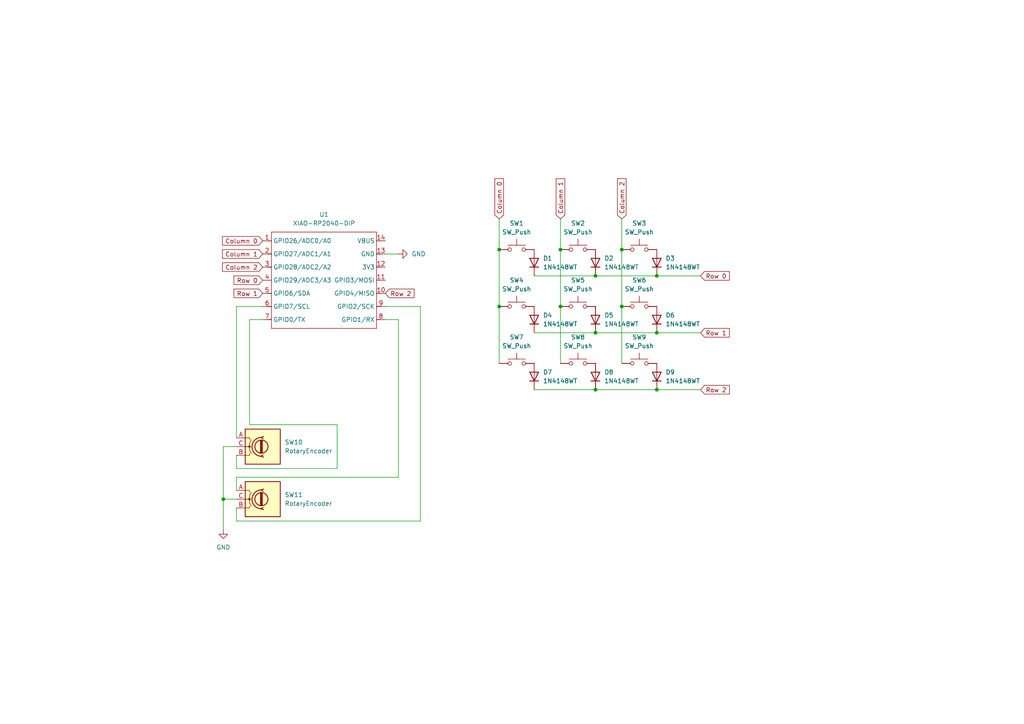
<source format=kicad_sch>
(kicad_sch (version 20250114) (generator "eeschema") (generator_version "9.0")
  (paper "A4")
  (lib_symbols
    (symbol "Device:RotaryEncoder" (pin_names (offset 0.254) (hide yes))
      (property "Reference" "SW" (at 0 6.604 0))
      (property "Value" "RotaryEncoder" (at 0 -6.604 0))
      (symbol "RotaryEncoder_0_1"
        (rectangle (start -5.08 5.08) (end 5.08 -5.08) (stroke (width 0.254)) (fill (type background)))
        (polyline (pts (xy -5.08 2.54) (xy -3.81 2.54) (xy -3.81 2.032)))
        (polyline (pts (xy -5.08 0) (xy -3.81 0) (xy -3.81 -1.016) (xy -3.302 -2.032)))
        (polyline (pts (xy -5.08 -2.54) (xy -3.81 -2.54) (xy -3.81 -2.032)))
        (polyline (pts (xy -4.318 0) (xy -3.81 0) (xy -3.81 1.016) (xy -3.302 2.032)))
        (circle (center -3.81 0) (radius 0.254) (fill (type outline)))
        (polyline (pts (xy -0.635 -1.778) (xy -0.635 1.778)) (stroke (width 0.254)))
        (circle (center -0.381 0) (radius 1.905) (stroke (width 0.254)))
        (polyline (pts (xy -0.381 -1.778) (xy -0.381 1.778)) (stroke (width 0.254)))
        (arc (start -0.381 -2.794) (mid -3.0988 -0.0635) (end -0.381 2.667) (stroke (width 0.254)))
        (polyline (pts (xy -0.127 1.778) (xy -0.127 -1.778)) (stroke (width 0.254)))
        (polyline (pts (xy 0.254 2.921) (xy -0.508 2.667) (xy 0.127 2.286)) (stroke (width 0.254)))
        (polyline (pts (xy 0.254 -3.048) (xy -0.508 -2.794) (xy 0.127 -2.413)) (stroke (width 0.254)))
      )
      (symbol "RotaryEncoder_1_1"
        (pin passive line (at -7.62 2.54 0) (length 2.54) (name "A") (number "A"))
        (pin passive line (at -7.62 0 0) (length 2.54) (name "C") (number "C"))
        (pin passive line (at -7.62 -2.54 0) (length 2.54) (name "B") (number "B"))
      )
    )
    (symbol "Diode:1N4148WT" (pin_numbers (hide yes)) (pin_names (hide yes))
      (property "Reference" "D" (at 0 2.54 0))
      (property "Value" "1N4148WT" (at 0 -2.54 0))
      (symbol "1N4148WT_0_1"
        (polyline (pts (xy -1.27 1.27) (xy -1.27 -1.27)) (stroke (width 0.254)))
        (polyline (pts (xy 1.27 1.27) (xy 1.27 -1.27) (xy -1.27 0) (xy 1.27 1.27)) (stroke (width 0.254)))
        (polyline (pts (xy 1.27 0) (xy -1.27 0)))
      )
      (symbol "1N4148WT_1_1"
        (pin passive line (at -3.81 0 0) (length 2.54) (name "K") (number "1"))
        (pin passive line (at 3.81 0 180) (length 2.54) (name "A") (number "2"))
      )
    )
    (symbol "OPL Library:XIAO-RP2040-DIP"
      (property "Reference" "U" (at 0 0 0))
      (property "Value" "XIAO-RP2040-DIP" (at 5.334 -1.778 0))
      (symbol "XIAO-RP2040-DIP_1_0"
        (polyline (pts (xy -1.27 -2.54) (xy 29.21 -2.54)) (stroke (width 0.1524)))
        (polyline (pts (xy -1.27 -5.08) (xy -2.54 -5.08)) (stroke (width 0.1524)))
        (polyline (pts (xy -1.27 -5.08) (xy -1.27 -2.54)) (stroke (width 0.1524)))
        (polyline (pts (xy -1.27 -8.89) (xy -2.54 -8.89)) (stroke (width 0.1524)))
        (polyline (pts (xy -1.27 -8.89) (xy -1.27 -5.08)) (stroke (width 0.1524)))
        (polyline (pts (xy -1.27 -12.7) (xy -2.54 -12.7)) (stroke (width 0.1524)))
        (polyline (pts (xy -1.27 -12.7) (xy -1.27 -8.89)) (stroke (width 0.1524)))
        (polyline (pts (xy -1.27 -16.51) (xy -2.54 -16.51)) (stroke (width 0.1524)))
        (polyline (pts (xy -1.27 -16.51) (xy -1.27 -12.7)) (stroke (width 0.1524)))
        (polyline (pts (xy -1.27 -20.32) (xy -2.54 -20.32)) (stroke (width 0.1524)))
        (polyline (pts (xy -1.27 -24.13) (xy -2.54 -24.13)) (stroke (width 0.1524)))
        (polyline (pts (xy -1.27 -27.94) (xy -2.54 -27.94)) (stroke (width 0.1524)))
        (polyline (pts (xy -1.27 -30.48) (xy -1.27 -16.51)) (stroke (width 0.1524)))
        (polyline (pts (xy 29.21 -2.54) (xy 29.21 -5.08)) (stroke (width 0.1524)))
        (polyline (pts (xy 29.21 -5.08) (xy 29.21 -8.89)) (stroke (width 0.1524)))
        (polyline (pts (xy 29.21 -8.89) (xy 29.21 -12.7)) (stroke (width 0.1524)))
        (polyline (pts (xy 29.21 -12.7) (xy 29.21 -30.48)) (stroke (width 0.1524)))
        (polyline (pts (xy 29.21 -30.48) (xy -1.27 -30.48)) (stroke (width 0.1524)))
        (polyline (pts (xy 30.48 -5.08) (xy 29.21 -5.08)) (stroke (width 0.1524)))
        (polyline (pts (xy 30.48 -8.89) (xy 29.21 -8.89)) (stroke (width 0.1524)))
        (polyline (pts (xy 30.48 -12.7) (xy 29.21 -12.7)) (stroke (width 0.1524)))
        (polyline (pts (xy 30.48 -16.51) (xy 29.21 -16.51)) (stroke (width 0.1524)))
        (polyline (pts (xy 30.48 -20.32) (xy 29.21 -20.32)) (stroke (width 0.1524)))
        (polyline (pts (xy 30.48 -24.13) (xy 29.21 -24.13)) (stroke (width 0.1524)))
        (polyline (pts (xy 30.48 -27.94) (xy 29.21 -27.94)) (stroke (width 0.1524)))
        (pin passive line (at -3.81 -5.08 0) (length 2.54) (name "GPIO26/ADC0/A0") (number "1"))
        (pin passive line (at -3.81 -8.89 0) (length 2.54) (name "GPIO27/ADC1/A1") (number "2"))
        (pin passive line (at -3.81 -12.7 0) (length 2.54) (name "GPIO28/ADC2/A2") (number "3"))
        (pin passive line (at -3.81 -16.51 0) (length 2.54) (name "GPIO29/ADC3/A3") (number "4"))
        (pin passive line (at -3.81 -20.32 0) (length 2.54) (name "GPIO6/SDA") (number "5"))
        (pin passive line (at -3.81 -24.13 0) (length 2.54) (name "GPIO7/SCL") (number "6"))
        (pin passive line (at -3.81 -27.94 0) (length 2.54) (name "GPIO0/TX") (number "7"))
        (pin passive line (at 31.75 -5.08 180) (length 2.54) (name "VBUS") (number "14"))
        (pin passive line (at 31.75 -8.89 180) (length 2.54) (name "GND") (number "13"))
        (pin passive line (at 31.75 -12.7 180) (length 2.54) (name "3V3") (number "12"))
        (pin passive line (at 31.75 -16.51 180) (length 2.54) (name "GPIO3/MOSI") (number "11"))
        (pin passive line (at 31.75 -20.32 180) (length 2.54) (name "GPIO4/MISO") (number "10"))
        (pin passive line (at 31.75 -24.13 180) (length 2.54) (name "GPIO2/SCK") (number "9"))
        (pin passive line (at 31.75 -27.94 180) (length 2.54) (name "GPIO1/RX") (number "8"))
      )
    )
    (symbol "Switch:SW_Push" (pin_numbers (hide yes)) (pin_names (offset 1.016) (hide yes))
      (property "Reference" "SW" (at 1.27 2.54 0))
      (property "Value" "SW_Push" (at 0 -1.524 0))
      (symbol "SW_Push_0_1"
        (circle (center -2.032 0) (radius 0.508))
        (polyline (pts (xy 0 1.27) (xy 0 3.048)))
        (circle (center 2.032 0) (radius 0.508))
        (polyline (pts (xy 2.54 1.27) (xy -2.54 1.27)))
        (pin passive line (at -5.08 0 0) (length 2.54) (name "1") (number "1"))
        (pin passive line (at 5.08 0 180) (length 2.54) (name "2") (number "2"))
      )
    )
    (symbol "power:GND" (power) (pin_numbers (hide yes)) (pin_names (offset 0) (hide yes))
      (property "Value" "GND" (at 0 -3.81 0))
      (symbol "GND_0_1"
        (polyline (pts (xy 0 0) (xy 0 -1.27) (xy 1.27 -1.27) (xy 0 -2.54) (xy -1.27 -1.27) (xy 0 -1.27)))
      )
      (symbol "GND_1_1"
        (pin power_in line (at 0 0 270) (length 0) (name "~") (number "1"))
      )
    )
  )
  (junction (at 190.5 96.52))
  (junction (at 162.56 88.9))
  (junction (at 190.5 113.03))
  (junction (at 144.78 88.9))
  (junction (at 172.72 96.52))
  (junction (at 64.77 144.78))
  (junction (at 162.56 72.39))
  (junction (at 180.34 88.9))
  (junction (at 190.5 80.01))
  (junction (at 172.72 113.03))
  (junction (at 144.78 72.39))
  (junction (at 180.34 72.39))
  (junction (at 172.72 80.01))
  (wire (pts (xy 154.94 96.52) (xy 172.72 96.52)))
  (wire (pts (xy 68.58 132.08) (xy 68.58 135.89)))
  (wire (pts (xy 172.72 113.03) (xy 190.5 113.03)))
  (wire (pts (xy 68.58 88.9) (xy 76.2 88.9)))
  (wire (pts (xy 97.79 123.19) (xy 72.39 123.19)))
  (wire (pts (xy 172.72 96.52) (xy 190.5 96.52)))
  (wire (pts (xy 97.79 135.89) (xy 97.79 123.19)))
  (wire (pts (xy 68.58 129.54) (xy 64.77 129.54)))
  (wire (pts (xy 115.57 73.66) (xy 111.76 73.66)))
  (wire (pts (xy 64.77 144.78) (xy 64.77 153.67)))
  (wire (pts (xy 121.92 88.9) (xy 111.76 88.9)))
  (wire (pts (xy 68.58 147.32) (xy 68.58 151.13)))
  (wire (pts (xy 180.34 63.5) (xy 180.34 72.39)))
  (wire (pts (xy 115.57 138.43) (xy 115.57 92.71)))
  (wire (pts (xy 172.72 80.01) (xy 190.5 80.01)))
  (wire (pts (xy 144.78 72.39) (xy 144.78 88.9)))
  (wire (pts (xy 203.2 96.52) (xy 190.5 96.52)))
  (wire (pts (xy 72.39 92.71) (xy 76.2 92.71)))
  (wire (pts (xy 154.94 113.03) (xy 172.72 113.03)))
  (wire (pts (xy 180.34 72.39) (xy 180.34 88.9)))
  (wire (pts (xy 162.56 63.5) (xy 162.56 72.39)))
  (wire (pts (xy 162.56 88.9) (xy 162.56 105.41)))
  (wire (pts (xy 121.92 151.13) (xy 121.92 88.9)))
  (wire (pts (xy 203.2 80.01) (xy 190.5 80.01)))
  (wire (pts (xy 68.58 151.13) (xy 121.92 151.13)))
  (wire (pts (xy 68.58 135.89) (xy 97.79 135.89)))
  (wire (pts (xy 64.77 144.78) (xy 68.58 144.78)))
  (wire (pts (xy 144.78 63.5) (xy 144.78 72.39)))
  (wire (pts (xy 144.78 88.9) (xy 144.78 105.41)))
  (wire (pts (xy 203.2 113.03) (xy 190.5 113.03)))
  (wire (pts (xy 72.39 123.19) (xy 72.39 92.71)))
  (wire (pts (xy 68.58 138.43) (xy 115.57 138.43)))
  (wire (pts (xy 180.34 88.9) (xy 180.34 105.41)))
  (wire (pts (xy 162.56 72.39) (xy 162.56 88.9)))
  (wire (pts (xy 68.58 142.24) (xy 68.58 138.43)))
  (wire (pts (xy 68.58 127) (xy 68.58 88.9)))
  (wire (pts (xy 154.94 80.01) (xy 172.72 80.01)))
  (wire (pts (xy 64.77 129.54) (xy 64.77 144.78)))
  (wire (pts (xy 115.57 92.71) (xy 111.76 92.71)))
  (global_label "Row 2" (shape input) (at 203.2 113.03 0) (property "Intersheetrefs" "${INTERSHEET_REFS}" (effects (hide yes))))
  (global_label "Column 0" (shape input) (at 76.2 69.85 180) (property "Intersheetrefs" "${INTERSHEET_REFS}" (effects (hide yes))))
  (global_label "Column 0" (shape input) (at 144.78 63.5 90) (property "Intersheetrefs" "${INTERSHEET_REFS}" (effects (hide yes))))
  (global_label "Column 1" (shape input) (at 76.2 73.66 180) (property "Intersheetrefs" "${INTERSHEET_REFS}" (effects (hide yes))))
  (global_label "Column 1" (shape input) (at 162.56 63.5 90) (property "Intersheetrefs" "${INTERSHEET_REFS}" (effects (hide yes))))
  (global_label "Column 2" (shape input) (at 180.34 63.5 90) (property "Intersheetrefs" "${INTERSHEET_REFS}" (effects (hide yes))))
  (global_label "Row 1" (shape input) (at 203.2 96.52 0) (property "Intersheetrefs" "${INTERSHEET_REFS}" (effects (hide yes))))
  (global_label "Row 0" (shape input) (at 203.2 80.01 0) (property "Intersheetrefs" "${INTERSHEET_REFS}" (effects (hide yes))))
  (global_label "Row 2" (shape input) (at 111.76 85.09 0) (property "Intersheetrefs" "${INTERSHEET_REFS}" (effects (hide yes))))
  (global_label "Row 0" (shape input) (at 76.2 81.28 180) (property "Intersheetrefs" "${INTERSHEET_REFS}" (effects (hide yes))))
  (global_label "Column 2" (shape input) (at 76.2 77.47 180) (property "Intersheetrefs" "${INTERSHEET_REFS}" (effects (hide yes))))
  (global_label "Row 1" (shape input) (at 76.2 85.09 180) (property "Intersheetrefs" "${INTERSHEET_REFS}" (effects (hide yes))))
  (symbol (lib_id "Diode:1N4148WT") (at 172.72 109.22 90) (unit 1)
    (property "Reference" "D8" (at 175.26 107.9499 90) (effects (justify right)))
    (property "Value" "1N4148WT" (at 175.26 110.4899 90) (effects (justify right)))
    (property "Footprint" "Diode_THT:D_DO-35_SOD27_P7.62mm_Horizontal" (effects (hide yes)))
    (property "Datasheet" "https://www.diodes.com/assets/Datasheets/ds30396.pdf" (effects (hide yes)))
    (property "Description" "75V 0.15A Fast switching Diode, SOD-523" (effects (hide yes)))
    (property "Sim.Device" "D" (effects (hide yes)))
    (property "Sim.Pins" "1=K 2=A" (effects (hide yes)))
  )
  (symbol (lib_id "Diode:1N4148WT") (at 190.5 76.2 90) (unit 1)
    (property "Reference" "D3" (at 193.04 74.9299 90) (effects (justify right)))
    (property "Value" "1N4148WT" (at 193.04 77.4699 90) (effects (justify right)))
    (property "Footprint" "Diode_THT:D_DO-35_SOD27_P7.62mm_Horizontal" (effects (hide yes)))
    (property "Datasheet" "https://www.diodes.com/assets/Datasheets/ds30396.pdf" (effects (hide yes)))
    (property "Description" "75V 0.15A Fast switching Diode, SOD-523" (effects (hide yes)))
    (property "Sim.Device" "D" (effects (hide yes)))
    (property "Sim.Pins" "1=K 2=A" (effects (hide yes)))
  )
  (symbol (lib_id "Diode:1N4148WT") (at 154.94 109.22 90) (unit 1)
    (property "Reference" "D7" (at 157.48 107.9499 90) (effects (justify right)))
    (property "Value" "1N4148WT" (at 157.48 110.4899 90) (effects (justify right)))
    (property "Footprint" "Diode_THT:D_DO-35_SOD27_P7.62mm_Horizontal" (effects (hide yes)))
    (property "Datasheet" "https://www.diodes.com/assets/Datasheets/ds30396.pdf" (effects (hide yes)))
    (property "Description" "75V 0.15A Fast switching Diode, SOD-523" (effects (hide yes)))
    (property "Sim.Device" "D" (effects (hide yes)))
    (property "Sim.Pins" "1=K 2=A" (effects (hide yes)))
  )
  (symbol (lib_id "Device:RotaryEncoder") (at 76.2 129.54 0) (unit 1)
    (property "Reference" "SW10" (at 82.55 128.2699 0) (effects (justify left)))
    (property "Value" "RotaryEncoder" (at 82.55 130.8099 0) (effects (justify left)))
    (property "Footprint" "Rotary_Encoder:RotaryEncoder_Alps_EC11E-Switch_Vertical_H20mm" (effects (hide yes)))
    (property "Description" "Rotary encoder, dual channel, incremental quadrate outputs" (effects (hide yes)))
  )
  (symbol (lib_id "Diode:1N4148WT") (at 154.94 76.2 90) (unit 1)
    (property "Reference" "D1" (at 157.48 74.9299 90) (effects (justify right)))
    (property "Value" "1N4148WT" (at 157.48 77.4699 90) (effects (justify right)))
    (property "Footprint" "Diode_THT:D_DO-35_SOD27_P7.62mm_Horizontal" (effects (hide yes)))
    (property "Datasheet" "https://www.diodes.com/assets/Datasheets/ds30396.pdf" (effects (hide yes)))
    (property "Description" "75V 0.15A Fast switching Diode, SOD-523" (effects (hide yes)))
    (property "Sim.Device" "D" (effects (hide yes)))
    (property "Sim.Pins" "1=K 2=A" (effects (hide yes)))
  )
  (symbol (lib_id "Switch:SW_Push") (at 185.42 72.39 0) (unit 1)
    (property "Reference" "SW3" (at 185.42 64.77 0))
    (property "Value" "SW_Push" (at 185.42 67.31 0))
    (property "Footprint" "Button_Switch_Keyboard:SW_Cherry_MX_1.00u_PCB" (effects (hide yes)))
    (property "Description" "Push button switch, generic, two pins" (effects (hide yes)))
  )
  (symbol (lib_id "power:GND") (at 115.57 73.66 90) (unit 1)
    (property "Reference" "#PWR02" (effects (hide yes)))
    (property "Value" "GND" (at 119.38 73.6599 90) (effects (justify right)))
    (property "Description" "Power symbol creates a global label with name \"GND\" , ground" (effects (hide yes)))
  )
  (symbol (lib_id "Switch:SW_Push") (at 149.86 105.41 0) (unit 1)
    (property "Reference" "SW7" (at 149.86 97.79 0))
    (property "Value" "SW_Push" (at 149.86 100.33 0))
    (property "Footprint" "Button_Switch_Keyboard:SW_Cherry_MX_1.00u_PCB" (effects (hide yes)))
    (property "Description" "Push button switch, generic, two pins" (effects (hide yes)))
  )
  (symbol (lib_id "power:GND") (at 64.77 153.67 0) (unit 1)
    (property "Reference" "#PWR01" (effects (hide yes)))
    (property "Value" "GND" (at 64.77 158.75 0))
    (property "Description" "Power symbol creates a global label with name \"GND\" , ground" (effects (hide yes)))
  )
  (symbol (lib_id "Switch:SW_Push") (at 149.86 72.39 0) (unit 1)
    (property "Reference" "SW1" (at 149.86 64.77 0))
    (property "Value" "SW_Push" (at 149.86 67.31 0))
    (property "Footprint" "Button_Switch_Keyboard:SW_Cherry_MX_1.00u_PCB" (effects (hide yes)))
    (property "Description" "Push button switch, generic, two pins" (effects (hide yes)))
  )
  (symbol (lib_id "Switch:SW_Push") (at 167.64 72.39 0) (unit 1)
    (property "Reference" "SW2" (at 167.64 64.77 0))
    (property "Value" "SW_Push" (at 167.64 67.31 0))
    (property "Footprint" "Button_Switch_Keyboard:SW_Cherry_MX_1.00u_PCB" (effects (hide yes)))
    (property "Description" "Push button switch, generic, two pins" (effects (hide yes)))
  )
  (symbol (lib_id "Switch:SW_Push") (at 185.42 105.41 0) (unit 1)
    (property "Reference" "SW9" (at 185.42 97.79 0))
    (property "Value" "SW_Push" (at 185.42 100.33 0))
    (property "Footprint" "Button_Switch_Keyboard:SW_Cherry_MX_1.00u_PCB" (effects (hide yes)))
    (property "Description" "Push button switch, generic, two pins" (effects (hide yes)))
  )
  (symbol (lib_id "Diode:1N4148WT") (at 190.5 109.22 90) (unit 1)
    (property "Reference" "D9" (at 193.04 107.9499 90) (effects (justify right)))
    (property "Value" "1N4148WT" (at 193.04 110.4899 90) (effects (justify right)))
    (property "Footprint" "Diode_THT:D_DO-35_SOD27_P7.62mm_Horizontal" (effects (hide yes)))
    (property "Datasheet" "https://www.diodes.com/assets/Datasheets/ds30396.pdf" (effects (hide yes)))
    (property "Description" "75V 0.15A Fast switching Diode, SOD-523" (effects (hide yes)))
    (property "Sim.Device" "D" (effects (hide yes)))
    (property "Sim.Pins" "1=K 2=A" (effects (hide yes)))
  )
  (symbol (lib_id "Diode:1N4148WT") (at 190.5 92.71 90) (unit 1)
    (property "Reference" "D6" (at 193.04 91.4399 90) (effects (justify right)))
    (property "Value" "1N4148WT" (at 193.04 93.9799 90) (effects (justify right)))
    (property "Footprint" "Diode_THT:D_DO-35_SOD27_P7.62mm_Horizontal" (effects (hide yes)))
    (property "Datasheet" "https://www.diodes.com/assets/Datasheets/ds30396.pdf" (effects (hide yes)))
    (property "Description" "75V 0.15A Fast switching Diode, SOD-523" (effects (hide yes)))
    (property "Sim.Device" "D" (effects (hide yes)))
    (property "Sim.Pins" "1=K 2=A" (effects (hide yes)))
  )
  (symbol (lib_id "Switch:SW_Push") (at 167.64 105.41 0) (unit 1)
    (property "Reference" "SW8" (at 167.64 97.79 0))
    (property "Value" "SW_Push" (at 167.64 100.33 0))
    (property "Footprint" "Button_Switch_Keyboard:SW_Cherry_MX_1.00u_PCB" (effects (hide yes)))
    (property "Description" "Push button switch, generic, two pins" (effects (hide yes)))
  )
  (symbol (lib_id "Switch:SW_Push") (at 149.86 88.9 0) (unit 1)
    (property "Reference" "SW4" (at 149.86 81.28 0))
    (property "Value" "SW_Push" (at 149.86 83.82 0))
    (property "Footprint" "Button_Switch_Keyboard:SW_Cherry_MX_1.00u_PCB" (effects (hide yes)))
    (property "Description" "Push button switch, generic, two pins" (effects (hide yes)))
  )
  (symbol (lib_id "Diode:1N4148WT") (at 154.94 92.71 90) (unit 1)
    (property "Reference" "D4" (at 157.48 91.4399 90) (effects (justify right)))
    (property "Value" "1N4148WT" (at 157.48 93.9799 90) (effects (justify right)))
    (property "Footprint" "Diode_THT:D_DO-35_SOD27_P7.62mm_Horizontal" (effects (hide yes)))
    (property "Datasheet" "https://www.diodes.com/assets/Datasheets/ds30396.pdf" (effects (hide yes)))
    (property "Description" "75V 0.15A Fast switching Diode, SOD-523" (effects (hide yes)))
    (property "Sim.Device" "D" (effects (hide yes)))
    (property "Sim.Pins" "1=K 2=A" (effects (hide yes)))
  )
  (symbol (lib_id "Switch:SW_Push") (at 185.42 88.9 0) (unit 1)
    (property "Reference" "SW6" (at 185.42 81.28 0))
    (property "Value" "SW_Push" (at 185.42 83.82 0))
    (property "Footprint" "Button_Switch_Keyboard:SW_Cherry_MX_1.00u_PCB" (effects (hide yes)))
    (property "Description" "Push button switch, generic, two pins" (effects (hide yes)))
  )
  (symbol (lib_id "Diode:1N4148WT") (at 172.72 92.71 90) (unit 1)
    (property "Reference" "D5" (at 175.26 91.4399 90) (effects (justify right)))
    (property "Value" "1N4148WT" (at 175.26 93.9799 90) (effects (justify right)))
    (property "Footprint" "Diode_THT:D_DO-35_SOD27_P7.62mm_Horizontal" (effects (hide yes)))
    (property "Datasheet" "https://www.diodes.com/assets/Datasheets/ds30396.pdf" (effects (hide yes)))
    (property "Description" "75V 0.15A Fast switching Diode, SOD-523" (effects (hide yes)))
    (property "Sim.Device" "D" (effects (hide yes)))
    (property "Sim.Pins" "1=K 2=A" (effects (hide yes)))
  )
  (symbol (lib_id "Switch:SW_Push") (at 167.64 88.9 0) (unit 1)
    (property "Reference" "SW5" (at 167.64 81.28 0))
    (property "Value" "SW_Push" (at 167.64 83.82 0))
    (property "Footprint" "Button_Switch_Keyboard:SW_Cherry_MX_1.00u_PCB" (effects (hide yes)))
    (property "Description" "Push button switch, generic, two pins" (effects (hide yes)))
  )
  (symbol (lib_id "Diode:1N4148WT") (at 172.72 76.2 90) (unit 1)
    (property "Reference" "D2" (at 175.26 74.9299 90) (effects (justify right)))
    (property "Value" "1N4148WT" (at 175.26 77.4699 90) (effects (justify right)))
    (property "Footprint" "Diode_THT:D_DO-35_SOD27_P7.62mm_Horizontal" (effects (hide yes)))
    (property "Datasheet" "https://www.diodes.com/assets/Datasheets/ds30396.pdf" (effects (hide yes)))
    (property "Description" "75V 0.15A Fast switching Diode, SOD-523" (effects (hide yes)))
    (property "Sim.Device" "D" (effects (hide yes)))
    (property "Sim.Pins" "1=K 2=A" (effects (hide yes)))
  )
  (symbol (lib_id "Device:RotaryEncoder") (at 76.2 144.78 0) (unit 1)
    (property "Reference" "SW11" (at 82.55 143.5099 0) (effects (justify left)))
    (property "Value" "RotaryEncoder" (at 82.55 146.0499 0) (effects (justify left)))
    (property "Footprint" "Rotary_Encoder:RotaryEncoder_Alps_EC11E-Switch_Vertical_H20mm" (effects (hide yes)))
    (property "Description" "Rotary encoder, dual channel, incremental quadrate outputs" (effects (hide yes)))
  )
  (symbol (lib_id "OPL Library:XIAO-RP2040-DIP") (at 80.01 64.77 0) (unit 1)
    (property "Reference" "U1" (at 93.98 62.23 0))
    (property "Value" "XIAO-RP2040-DIP" (at 93.98 64.77 0))
    (property "Footprint" "OPL LIB:XIAO-RP2040-DIP" (effects (hide yes)))
  )
)
</source>
